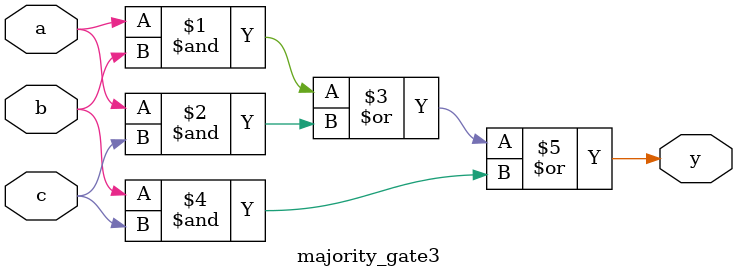
<source format=v>
`timescale 1ns / 1ps


module majority_gate3(
    input wire a,    // µÚÒ»¸öÊäÈë
    input wire b,    // µÚ¶þ¸öÊäÈë
    input wire c,    // µÚÈý¸öÊäÈë
    output wire y    // Êä³ö
);

// ¶àÊýÂß¼­ÃÅµÄÂß¼­
assign y = (a & b) | (a & c) | (b & c);

endmodule

</source>
